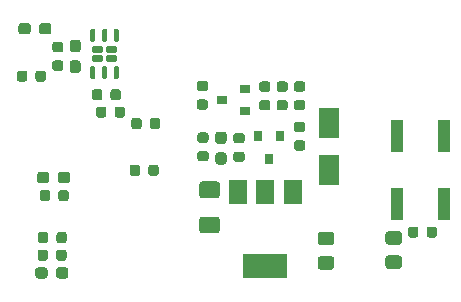
<source format=gbr>
%TF.GenerationSoftware,KiCad,Pcbnew,(5.1.6-0-10_14)*%
%TF.CreationDate,2020-10-08T00:08:50+03:00*%
%TF.ProjectId,ikea-fyrtur,696b6561-2d66-4797-9274-75722e6b6963,rev?*%
%TF.SameCoordinates,Original*%
%TF.FileFunction,Paste,Bot*%
%TF.FilePolarity,Positive*%
%FSLAX46Y46*%
G04 Gerber Fmt 4.6, Leading zero omitted, Abs format (unit mm)*
G04 Created by KiCad (PCBNEW (5.1.6-0-10_14)) date 2020-10-08 00:08:50*
%MOMM*%
%LPD*%
G01*
G04 APERTURE LIST*
%ADD10R,1.800000X2.500000*%
%ADD11R,1.000000X2.750000*%
%ADD12R,1.500000X2.000000*%
%ADD13R,3.800000X2.000000*%
%ADD14R,0.800000X0.900000*%
%ADD15R,0.900000X0.800000*%
G04 APERTURE END LIST*
%TO.C,U3*%
G36*
G01*
X99398000Y-80471100D02*
X99198000Y-80471100D01*
G75*
G02*
X99098000Y-80371100I0J100000D01*
G01*
X99098000Y-79471100D01*
G75*
G02*
X99198000Y-79371100I100000J0D01*
G01*
X99398000Y-79371100D01*
G75*
G02*
X99498000Y-79471100I0J-100000D01*
G01*
X99498000Y-80371100D01*
G75*
G02*
X99398000Y-80471100I-100000J0D01*
G01*
G37*
G36*
G01*
X98398000Y-80471100D02*
X98198000Y-80471100D01*
G75*
G02*
X98098000Y-80371100I0J100000D01*
G01*
X98098000Y-79471100D01*
G75*
G02*
X98198000Y-79371100I100000J0D01*
G01*
X98398000Y-79371100D01*
G75*
G02*
X98498000Y-79471100I0J-100000D01*
G01*
X98498000Y-80371100D01*
G75*
G02*
X98398000Y-80471100I-100000J0D01*
G01*
G37*
G36*
G01*
X97398000Y-80471100D02*
X97198000Y-80471100D01*
G75*
G02*
X97098000Y-80371100I0J100000D01*
G01*
X97098000Y-79471100D01*
G75*
G02*
X97198000Y-79371100I100000J0D01*
G01*
X97398000Y-79371100D01*
G75*
G02*
X97498000Y-79471100I0J-100000D01*
G01*
X97498000Y-80371100D01*
G75*
G02*
X97398000Y-80471100I-100000J0D01*
G01*
G37*
G36*
G01*
X97398000Y-77296100D02*
X97198000Y-77296100D01*
G75*
G02*
X97098000Y-77196100I0J100000D01*
G01*
X97098000Y-76296100D01*
G75*
G02*
X97198000Y-76196100I100000J0D01*
G01*
X97398000Y-76196100D01*
G75*
G02*
X97498000Y-76296100I0J-100000D01*
G01*
X97498000Y-77196100D01*
G75*
G02*
X97398000Y-77296100I-100000J0D01*
G01*
G37*
G36*
G01*
X98398000Y-77296100D02*
X98198000Y-77296100D01*
G75*
G02*
X98098000Y-77196100I0J100000D01*
G01*
X98098000Y-76296100D01*
G75*
G02*
X98198000Y-76196100I100000J0D01*
G01*
X98398000Y-76196100D01*
G75*
G02*
X98498000Y-76296100I0J-100000D01*
G01*
X98498000Y-77196100D01*
G75*
G02*
X98398000Y-77296100I-100000J0D01*
G01*
G37*
G36*
G01*
X99398000Y-77296100D02*
X99198000Y-77296100D01*
G75*
G02*
X99098000Y-77196100I0J100000D01*
G01*
X99098000Y-76296100D01*
G75*
G02*
X99198000Y-76196100I100000J0D01*
G01*
X99398000Y-76196100D01*
G75*
G02*
X99498000Y-76296100I0J-100000D01*
G01*
X99498000Y-77196100D01*
G75*
G02*
X99398000Y-77296100I-100000J0D01*
G01*
G37*
G36*
G01*
X99233000Y-79008600D02*
X98563000Y-79008600D01*
G75*
G02*
X98413000Y-78858600I0J150000D01*
G01*
X98413000Y-78558600D01*
G75*
G02*
X98563000Y-78408600I150000J0D01*
G01*
X99233000Y-78408600D01*
G75*
G02*
X99383000Y-78558600I0J-150000D01*
G01*
X99383000Y-78858600D01*
G75*
G02*
X99233000Y-79008600I-150000J0D01*
G01*
G37*
G36*
G01*
X98033000Y-79008600D02*
X97363000Y-79008600D01*
G75*
G02*
X97213000Y-78858600I0J150000D01*
G01*
X97213000Y-78558600D01*
G75*
G02*
X97363000Y-78408600I150000J0D01*
G01*
X98033000Y-78408600D01*
G75*
G02*
X98183000Y-78558600I0J-150000D01*
G01*
X98183000Y-78858600D01*
G75*
G02*
X98033000Y-79008600I-150000J0D01*
G01*
G37*
G36*
G01*
X99233000Y-78258600D02*
X98563000Y-78258600D01*
G75*
G02*
X98413000Y-78108600I0J150000D01*
G01*
X98413000Y-77808600D01*
G75*
G02*
X98563000Y-77658600I150000J0D01*
G01*
X99233000Y-77658600D01*
G75*
G02*
X99383000Y-77808600I0J-150000D01*
G01*
X99383000Y-78108600D01*
G75*
G02*
X99233000Y-78258600I-150000J0D01*
G01*
G37*
G36*
G01*
X98033000Y-78258600D02*
X97363000Y-78258600D01*
G75*
G02*
X97213000Y-78108600I0J150000D01*
G01*
X97213000Y-77808600D01*
G75*
G02*
X97363000Y-77658600I150000J0D01*
G01*
X98033000Y-77658600D01*
G75*
G02*
X98183000Y-77808600I0J-150000D01*
G01*
X98183000Y-78108600D01*
G75*
G02*
X98033000Y-78258600I-150000J0D01*
G01*
G37*
%TD*%
%TO.C,C1*%
G36*
G01*
X116593199Y-95446000D02*
X117493201Y-95446000D01*
G75*
G02*
X117743200Y-95695999I0J-249999D01*
G01*
X117743200Y-96346001D01*
G75*
G02*
X117493201Y-96596000I-249999J0D01*
G01*
X116593199Y-96596000D01*
G75*
G02*
X116343200Y-96346001I0J249999D01*
G01*
X116343200Y-95695999D01*
G75*
G02*
X116593199Y-95446000I249999J0D01*
G01*
G37*
G36*
G01*
X116593199Y-93396000D02*
X117493201Y-93396000D01*
G75*
G02*
X117743200Y-93645999I0J-249999D01*
G01*
X117743200Y-94296001D01*
G75*
G02*
X117493201Y-94546000I-249999J0D01*
G01*
X116593199Y-94546000D01*
G75*
G02*
X116343200Y-94296001I0J249999D01*
G01*
X116343200Y-93645999D01*
G75*
G02*
X116593199Y-93396000I249999J0D01*
G01*
G37*
%TD*%
%TO.C,R17*%
G36*
G01*
X106834650Y-81488800D02*
X106322150Y-81488800D01*
G75*
G02*
X106103400Y-81270050I0J218750D01*
G01*
X106103400Y-80832550D01*
G75*
G02*
X106322150Y-80613800I218750J0D01*
G01*
X106834650Y-80613800D01*
G75*
G02*
X107053400Y-80832550I0J-218750D01*
G01*
X107053400Y-81270050D01*
G75*
G02*
X106834650Y-81488800I-218750J0D01*
G01*
G37*
G36*
G01*
X106834650Y-83063800D02*
X106322150Y-83063800D01*
G75*
G02*
X106103400Y-82845050I0J218750D01*
G01*
X106103400Y-82407550D01*
G75*
G02*
X106322150Y-82188800I218750J0D01*
G01*
X106834650Y-82188800D01*
G75*
G02*
X107053400Y-82407550I0J-218750D01*
G01*
X107053400Y-82845050D01*
G75*
G02*
X106834650Y-83063800I-218750J0D01*
G01*
G37*
%TD*%
%TO.C,C8*%
G36*
G01*
X107915700Y-86659200D02*
X108390700Y-86659200D01*
G75*
G02*
X108628200Y-86896700I0J-237500D01*
G01*
X108628200Y-87471700D01*
G75*
G02*
X108390700Y-87709200I-237500J0D01*
G01*
X107915700Y-87709200D01*
G75*
G02*
X107678200Y-87471700I0J237500D01*
G01*
X107678200Y-86896700D01*
G75*
G02*
X107915700Y-86659200I237500J0D01*
G01*
G37*
G36*
G01*
X107915700Y-84909200D02*
X108390700Y-84909200D01*
G75*
G02*
X108628200Y-85146700I0J-237500D01*
G01*
X108628200Y-85721700D01*
G75*
G02*
X108390700Y-85959200I-237500J0D01*
G01*
X107915700Y-85959200D01*
G75*
G02*
X107678200Y-85721700I0J237500D01*
G01*
X107678200Y-85146700D01*
G75*
G02*
X107915700Y-84909200I237500J0D01*
G01*
G37*
%TD*%
%TO.C,C3*%
G36*
G01*
X106563000Y-92099100D02*
X107813000Y-92099100D01*
G75*
G02*
X108063000Y-92349100I0J-250000D01*
G01*
X108063000Y-93274100D01*
G75*
G02*
X107813000Y-93524100I-250000J0D01*
G01*
X106563000Y-93524100D01*
G75*
G02*
X106313000Y-93274100I0J250000D01*
G01*
X106313000Y-92349100D01*
G75*
G02*
X106563000Y-92099100I250000J0D01*
G01*
G37*
G36*
G01*
X106563000Y-89124100D02*
X107813000Y-89124100D01*
G75*
G02*
X108063000Y-89374100I0J-250000D01*
G01*
X108063000Y-90299100D01*
G75*
G02*
X107813000Y-90549100I-250000J0D01*
G01*
X106563000Y-90549100D01*
G75*
G02*
X106313000Y-90299100I0J250000D01*
G01*
X106313000Y-89374100D01*
G75*
G02*
X106563000Y-89124100I250000J0D01*
G01*
G37*
%TD*%
%TO.C,F1*%
G36*
G01*
X122333599Y-95395200D02*
X123233601Y-95395200D01*
G75*
G02*
X123483600Y-95645199I0J-249999D01*
G01*
X123483600Y-96295201D01*
G75*
G02*
X123233601Y-96545200I-249999J0D01*
G01*
X122333599Y-96545200D01*
G75*
G02*
X122083600Y-96295201I0J249999D01*
G01*
X122083600Y-95645199D01*
G75*
G02*
X122333599Y-95395200I249999J0D01*
G01*
G37*
G36*
G01*
X122333599Y-93345200D02*
X123233601Y-93345200D01*
G75*
G02*
X123483600Y-93595199I0J-249999D01*
G01*
X123483600Y-94245201D01*
G75*
G02*
X123233601Y-94495200I-249999J0D01*
G01*
X122333599Y-94495200D01*
G75*
G02*
X122083600Y-94245201I0J249999D01*
G01*
X122083600Y-93595199D01*
G75*
G02*
X122333599Y-93345200I249999J0D01*
G01*
G37*
%TD*%
D10*
%TO.C,D2*%
X117297200Y-84156800D03*
X117297200Y-88156800D03*
%TD*%
%TO.C,C5*%
G36*
G01*
X96046300Y-78186800D02*
X95571300Y-78186800D01*
G75*
G02*
X95333800Y-77949300I0J237500D01*
G01*
X95333800Y-77374300D01*
G75*
G02*
X95571300Y-77136800I237500J0D01*
G01*
X96046300Y-77136800D01*
G75*
G02*
X96283800Y-77374300I0J-237500D01*
G01*
X96283800Y-77949300D01*
G75*
G02*
X96046300Y-78186800I-237500J0D01*
G01*
G37*
G36*
G01*
X96046300Y-79936800D02*
X95571300Y-79936800D01*
G75*
G02*
X95333800Y-79699300I0J237500D01*
G01*
X95333800Y-79124300D01*
G75*
G02*
X95571300Y-78886800I237500J0D01*
G01*
X96046300Y-78886800D01*
G75*
G02*
X96283800Y-79124300I0J-237500D01*
G01*
X96283800Y-79699300D01*
G75*
G02*
X96046300Y-79936800I-237500J0D01*
G01*
G37*
%TD*%
%TO.C,C2*%
G36*
G01*
X93630000Y-88560900D02*
X93630000Y-89035900D01*
G75*
G02*
X93392500Y-89273400I-237500J0D01*
G01*
X92817500Y-89273400D01*
G75*
G02*
X92580000Y-89035900I0J237500D01*
G01*
X92580000Y-88560900D01*
G75*
G02*
X92817500Y-88323400I237500J0D01*
G01*
X93392500Y-88323400D01*
G75*
G02*
X93630000Y-88560900I0J-237500D01*
G01*
G37*
G36*
G01*
X95380000Y-88560900D02*
X95380000Y-89035900D01*
G75*
G02*
X95142500Y-89273400I-237500J0D01*
G01*
X94567500Y-89273400D01*
G75*
G02*
X94330000Y-89035900I0J237500D01*
G01*
X94330000Y-88560900D01*
G75*
G02*
X94567500Y-88323400I237500J0D01*
G01*
X95142500Y-88323400D01*
G75*
G02*
X95380000Y-88560900I0J-237500D01*
G01*
G37*
%TD*%
%TO.C,R8*%
G36*
G01*
X101300800Y-87932550D02*
X101300800Y-88445050D01*
G75*
G02*
X101082050Y-88663800I-218750J0D01*
G01*
X100644550Y-88663800D01*
G75*
G02*
X100425800Y-88445050I0J218750D01*
G01*
X100425800Y-87932550D01*
G75*
G02*
X100644550Y-87713800I218750J0D01*
G01*
X101082050Y-87713800D01*
G75*
G02*
X101300800Y-87932550I0J-218750D01*
G01*
G37*
G36*
G01*
X102875800Y-87932550D02*
X102875800Y-88445050D01*
G75*
G02*
X102657050Y-88663800I-218750J0D01*
G01*
X102219550Y-88663800D01*
G75*
G02*
X102000800Y-88445050I0J218750D01*
G01*
X102000800Y-87932550D01*
G75*
G02*
X102219550Y-87713800I218750J0D01*
G01*
X102657050Y-87713800D01*
G75*
G02*
X102875800Y-87932550I0J-218750D01*
G01*
G37*
%TD*%
D11*
%TO.C,SW1*%
X127069600Y-91068800D03*
X127069600Y-85308800D03*
X123069600Y-85308800D03*
X123069600Y-91068800D03*
%TD*%
%TO.C,R6*%
G36*
G01*
X98456000Y-83004950D02*
X98456000Y-83517450D01*
G75*
G02*
X98237250Y-83736200I-218750J0D01*
G01*
X97799750Y-83736200D01*
G75*
G02*
X97581000Y-83517450I0J218750D01*
G01*
X97581000Y-83004950D01*
G75*
G02*
X97799750Y-82786200I218750J0D01*
G01*
X98237250Y-82786200D01*
G75*
G02*
X98456000Y-83004950I0J-218750D01*
G01*
G37*
G36*
G01*
X100031000Y-83004950D02*
X100031000Y-83517450D01*
G75*
G02*
X99812250Y-83736200I-218750J0D01*
G01*
X99374750Y-83736200D01*
G75*
G02*
X99156000Y-83517450I0J218750D01*
G01*
X99156000Y-83004950D01*
G75*
G02*
X99374750Y-82786200I218750J0D01*
G01*
X99812250Y-82786200D01*
G75*
G02*
X100031000Y-83004950I0J-218750D01*
G01*
G37*
%TD*%
%TO.C,R16*%
G36*
G01*
X113078550Y-82239600D02*
X113591050Y-82239600D01*
G75*
G02*
X113809800Y-82458350I0J-218750D01*
G01*
X113809800Y-82895850D01*
G75*
G02*
X113591050Y-83114600I-218750J0D01*
G01*
X113078550Y-83114600D01*
G75*
G02*
X112859800Y-82895850I0J218750D01*
G01*
X112859800Y-82458350D01*
G75*
G02*
X113078550Y-82239600I218750J0D01*
G01*
G37*
G36*
G01*
X113078550Y-80664600D02*
X113591050Y-80664600D01*
G75*
G02*
X113809800Y-80883350I0J-218750D01*
G01*
X113809800Y-81320850D01*
G75*
G02*
X113591050Y-81539600I-218750J0D01*
G01*
X113078550Y-81539600D01*
G75*
G02*
X112859800Y-81320850I0J218750D01*
G01*
X112859800Y-80883350D01*
G75*
G02*
X113078550Y-80664600I218750J0D01*
G01*
G37*
%TD*%
%TO.C,R15*%
G36*
G01*
X115064250Y-81539600D02*
X114551750Y-81539600D01*
G75*
G02*
X114333000Y-81320850I0J218750D01*
G01*
X114333000Y-80883350D01*
G75*
G02*
X114551750Y-80664600I218750J0D01*
G01*
X115064250Y-80664600D01*
G75*
G02*
X115283000Y-80883350I0J-218750D01*
G01*
X115283000Y-81320850D01*
G75*
G02*
X115064250Y-81539600I-218750J0D01*
G01*
G37*
G36*
G01*
X115064250Y-83114600D02*
X114551750Y-83114600D01*
G75*
G02*
X114333000Y-82895850I0J218750D01*
G01*
X114333000Y-82458350D01*
G75*
G02*
X114551750Y-82239600I218750J0D01*
G01*
X115064250Y-82239600D01*
G75*
G02*
X115283000Y-82458350I0J-218750D01*
G01*
X115283000Y-82895850D01*
G75*
G02*
X115064250Y-83114600I-218750J0D01*
G01*
G37*
%TD*%
%TO.C,R14*%
G36*
G01*
X115064250Y-84943200D02*
X114551750Y-84943200D01*
G75*
G02*
X114333000Y-84724450I0J218750D01*
G01*
X114333000Y-84286950D01*
G75*
G02*
X114551750Y-84068200I218750J0D01*
G01*
X115064250Y-84068200D01*
G75*
G02*
X115283000Y-84286950I0J-218750D01*
G01*
X115283000Y-84724450D01*
G75*
G02*
X115064250Y-84943200I-218750J0D01*
G01*
G37*
G36*
G01*
X115064250Y-86518200D02*
X114551750Y-86518200D01*
G75*
G02*
X114333000Y-86299450I0J218750D01*
G01*
X114333000Y-85861950D01*
G75*
G02*
X114551750Y-85643200I218750J0D01*
G01*
X115064250Y-85643200D01*
G75*
G02*
X115283000Y-85861950I0J-218750D01*
G01*
X115283000Y-86299450D01*
G75*
G02*
X115064250Y-86518200I-218750J0D01*
G01*
G37*
%TD*%
%TO.C,R13*%
G36*
G01*
X93680800Y-90066150D02*
X93680800Y-90578650D01*
G75*
G02*
X93462050Y-90797400I-218750J0D01*
G01*
X93024550Y-90797400D01*
G75*
G02*
X92805800Y-90578650I0J218750D01*
G01*
X92805800Y-90066150D01*
G75*
G02*
X93024550Y-89847400I218750J0D01*
G01*
X93462050Y-89847400D01*
G75*
G02*
X93680800Y-90066150I0J-218750D01*
G01*
G37*
G36*
G01*
X95255800Y-90066150D02*
X95255800Y-90578650D01*
G75*
G02*
X95037050Y-90797400I-218750J0D01*
G01*
X94599550Y-90797400D01*
G75*
G02*
X94380800Y-90578650I0J218750D01*
G01*
X94380800Y-90066150D01*
G75*
G02*
X94599550Y-89847400I218750J0D01*
G01*
X95037050Y-89847400D01*
G75*
G02*
X95255800Y-90066150I0J-218750D01*
G01*
G37*
%TD*%
%TO.C,R12*%
G36*
G01*
X91750400Y-79956950D02*
X91750400Y-80469450D01*
G75*
G02*
X91531650Y-80688200I-218750J0D01*
G01*
X91094150Y-80688200D01*
G75*
G02*
X90875400Y-80469450I0J218750D01*
G01*
X90875400Y-79956950D01*
G75*
G02*
X91094150Y-79738200I218750J0D01*
G01*
X91531650Y-79738200D01*
G75*
G02*
X91750400Y-79956950I0J-218750D01*
G01*
G37*
G36*
G01*
X93325400Y-79956950D02*
X93325400Y-80469450D01*
G75*
G02*
X93106650Y-80688200I-218750J0D01*
G01*
X92669150Y-80688200D01*
G75*
G02*
X92450400Y-80469450I0J218750D01*
G01*
X92450400Y-79956950D01*
G75*
G02*
X92669150Y-79738200I218750J0D01*
G01*
X93106650Y-79738200D01*
G75*
G02*
X93325400Y-79956950I0J-218750D01*
G01*
G37*
%TD*%
%TO.C,R11*%
G36*
G01*
X94228400Y-94134650D02*
X94228400Y-93622150D01*
G75*
G02*
X94447150Y-93403400I218750J0D01*
G01*
X94884650Y-93403400D01*
G75*
G02*
X95103400Y-93622150I0J-218750D01*
G01*
X95103400Y-94134650D01*
G75*
G02*
X94884650Y-94353400I-218750J0D01*
G01*
X94447150Y-94353400D01*
G75*
G02*
X94228400Y-94134650I0J218750D01*
G01*
G37*
G36*
G01*
X92653400Y-94134650D02*
X92653400Y-93622150D01*
G75*
G02*
X92872150Y-93403400I218750J0D01*
G01*
X93309650Y-93403400D01*
G75*
G02*
X93528400Y-93622150I0J-218750D01*
G01*
X93528400Y-94134650D01*
G75*
G02*
X93309650Y-94353400I-218750J0D01*
G01*
X92872150Y-94353400D01*
G75*
G02*
X92653400Y-94134650I0J218750D01*
G01*
G37*
%TD*%
%TO.C,R10*%
G36*
G01*
X94079350Y-78886800D02*
X94591850Y-78886800D01*
G75*
G02*
X94810600Y-79105550I0J-218750D01*
G01*
X94810600Y-79543050D01*
G75*
G02*
X94591850Y-79761800I-218750J0D01*
G01*
X94079350Y-79761800D01*
G75*
G02*
X93860600Y-79543050I0J218750D01*
G01*
X93860600Y-79105550D01*
G75*
G02*
X94079350Y-78886800I218750J0D01*
G01*
G37*
G36*
G01*
X94079350Y-77311800D02*
X94591850Y-77311800D01*
G75*
G02*
X94810600Y-77530550I0J-218750D01*
G01*
X94810600Y-77968050D01*
G75*
G02*
X94591850Y-78186800I-218750J0D01*
G01*
X94079350Y-78186800D01*
G75*
G02*
X93860600Y-77968050I0J218750D01*
G01*
X93860600Y-77530550D01*
G75*
G02*
X94079350Y-77311800I218750J0D01*
G01*
G37*
%TD*%
%TO.C,R9*%
G36*
G01*
X93503100Y-95120750D02*
X93503100Y-95633250D01*
G75*
G02*
X93284350Y-95852000I-218750J0D01*
G01*
X92846850Y-95852000D01*
G75*
G02*
X92628100Y-95633250I0J218750D01*
G01*
X92628100Y-95120750D01*
G75*
G02*
X92846850Y-94902000I218750J0D01*
G01*
X93284350Y-94902000D01*
G75*
G02*
X93503100Y-95120750I0J-218750D01*
G01*
G37*
G36*
G01*
X95078100Y-95120750D02*
X95078100Y-95633250D01*
G75*
G02*
X94859350Y-95852000I-218750J0D01*
G01*
X94421850Y-95852000D01*
G75*
G02*
X94203100Y-95633250I0J218750D01*
G01*
X94203100Y-95120750D01*
G75*
G02*
X94421850Y-94902000I218750J0D01*
G01*
X94859350Y-94902000D01*
G75*
G02*
X95078100Y-95120750I0J-218750D01*
G01*
G37*
%TD*%
%TO.C,R7*%
G36*
G01*
X124872000Y-93164950D02*
X124872000Y-93677450D01*
G75*
G02*
X124653250Y-93896200I-218750J0D01*
G01*
X124215750Y-93896200D01*
G75*
G02*
X123997000Y-93677450I0J218750D01*
G01*
X123997000Y-93164950D01*
G75*
G02*
X124215750Y-92946200I218750J0D01*
G01*
X124653250Y-92946200D01*
G75*
G02*
X124872000Y-93164950I0J-218750D01*
G01*
G37*
G36*
G01*
X126447000Y-93164950D02*
X126447000Y-93677450D01*
G75*
G02*
X126228250Y-93896200I-218750J0D01*
G01*
X125790750Y-93896200D01*
G75*
G02*
X125572000Y-93677450I0J218750D01*
G01*
X125572000Y-93164950D01*
G75*
G02*
X125790750Y-92946200I218750J0D01*
G01*
X126228250Y-92946200D01*
G75*
G02*
X126447000Y-93164950I0J-218750D01*
G01*
G37*
%TD*%
%TO.C,R5*%
G36*
G01*
X106885450Y-85857600D02*
X106372950Y-85857600D01*
G75*
G02*
X106154200Y-85638850I0J218750D01*
G01*
X106154200Y-85201350D01*
G75*
G02*
X106372950Y-84982600I218750J0D01*
G01*
X106885450Y-84982600D01*
G75*
G02*
X107104200Y-85201350I0J-218750D01*
G01*
X107104200Y-85638850D01*
G75*
G02*
X106885450Y-85857600I-218750J0D01*
G01*
G37*
G36*
G01*
X106885450Y-87432600D02*
X106372950Y-87432600D01*
G75*
G02*
X106154200Y-87213850I0J218750D01*
G01*
X106154200Y-86776350D01*
G75*
G02*
X106372950Y-86557600I218750J0D01*
G01*
X106885450Y-86557600D01*
G75*
G02*
X107104200Y-86776350I0J-218750D01*
G01*
X107104200Y-87213850D01*
G75*
G02*
X106885450Y-87432600I-218750J0D01*
G01*
G37*
%TD*%
%TO.C,R4*%
G36*
G01*
X98800400Y-82044250D02*
X98800400Y-81531750D01*
G75*
G02*
X99019150Y-81313000I218750J0D01*
G01*
X99456650Y-81313000D01*
G75*
G02*
X99675400Y-81531750I0J-218750D01*
G01*
X99675400Y-82044250D01*
G75*
G02*
X99456650Y-82263000I-218750J0D01*
G01*
X99019150Y-82263000D01*
G75*
G02*
X98800400Y-82044250I0J218750D01*
G01*
G37*
G36*
G01*
X97225400Y-82044250D02*
X97225400Y-81531750D01*
G75*
G02*
X97444150Y-81313000I218750J0D01*
G01*
X97881650Y-81313000D01*
G75*
G02*
X98100400Y-81531750I0J-218750D01*
G01*
X98100400Y-82044250D01*
G75*
G02*
X97881650Y-82263000I-218750J0D01*
G01*
X97444150Y-82263000D01*
G75*
G02*
X97225400Y-82044250I0J218750D01*
G01*
G37*
%TD*%
%TO.C,R3*%
G36*
G01*
X102127900Y-84482650D02*
X102127900Y-83970150D01*
G75*
G02*
X102346650Y-83751400I218750J0D01*
G01*
X102784150Y-83751400D01*
G75*
G02*
X103002900Y-83970150I0J-218750D01*
G01*
X103002900Y-84482650D01*
G75*
G02*
X102784150Y-84701400I-218750J0D01*
G01*
X102346650Y-84701400D01*
G75*
G02*
X102127900Y-84482650I0J218750D01*
G01*
G37*
G36*
G01*
X100552900Y-84482650D02*
X100552900Y-83970150D01*
G75*
G02*
X100771650Y-83751400I218750J0D01*
G01*
X101209150Y-83751400D01*
G75*
G02*
X101427900Y-83970150I0J-218750D01*
G01*
X101427900Y-84482650D01*
G75*
G02*
X101209150Y-84701400I-218750J0D01*
G01*
X100771650Y-84701400D01*
G75*
G02*
X100552900Y-84482650I0J218750D01*
G01*
G37*
%TD*%
%TO.C,R2*%
G36*
G01*
X109933450Y-85908400D02*
X109420950Y-85908400D01*
G75*
G02*
X109202200Y-85689650I0J218750D01*
G01*
X109202200Y-85252150D01*
G75*
G02*
X109420950Y-85033400I218750J0D01*
G01*
X109933450Y-85033400D01*
G75*
G02*
X110152200Y-85252150I0J-218750D01*
G01*
X110152200Y-85689650D01*
G75*
G02*
X109933450Y-85908400I-218750J0D01*
G01*
G37*
G36*
G01*
X109933450Y-87483400D02*
X109420950Y-87483400D01*
G75*
G02*
X109202200Y-87264650I0J218750D01*
G01*
X109202200Y-86827150D01*
G75*
G02*
X109420950Y-86608400I218750J0D01*
G01*
X109933450Y-86608400D01*
G75*
G02*
X110152200Y-86827150I0J-218750D01*
G01*
X110152200Y-87264650D01*
G75*
G02*
X109933450Y-87483400I-218750J0D01*
G01*
G37*
%TD*%
%TO.C,R1*%
G36*
G01*
X111605350Y-82239600D02*
X112117850Y-82239600D01*
G75*
G02*
X112336600Y-82458350I0J-218750D01*
G01*
X112336600Y-82895850D01*
G75*
G02*
X112117850Y-83114600I-218750J0D01*
G01*
X111605350Y-83114600D01*
G75*
G02*
X111386600Y-82895850I0J218750D01*
G01*
X111386600Y-82458350D01*
G75*
G02*
X111605350Y-82239600I218750J0D01*
G01*
G37*
G36*
G01*
X111605350Y-80664600D02*
X112117850Y-80664600D01*
G75*
G02*
X112336600Y-80883350I0J-218750D01*
G01*
X112336600Y-81320850D01*
G75*
G02*
X112117850Y-81539600I-218750J0D01*
G01*
X111605350Y-81539600D01*
G75*
G02*
X111386600Y-81320850I0J218750D01*
G01*
X111386600Y-80883350D01*
G75*
G02*
X111605350Y-80664600I218750J0D01*
G01*
G37*
%TD*%
%TO.C,C7*%
G36*
G01*
X93477600Y-96638100D02*
X93477600Y-97113100D01*
G75*
G02*
X93240100Y-97350600I-237500J0D01*
G01*
X92665100Y-97350600D01*
G75*
G02*
X92427600Y-97113100I0J237500D01*
G01*
X92427600Y-96638100D01*
G75*
G02*
X92665100Y-96400600I237500J0D01*
G01*
X93240100Y-96400600D01*
G75*
G02*
X93477600Y-96638100I0J-237500D01*
G01*
G37*
G36*
G01*
X95227600Y-96638100D02*
X95227600Y-97113100D01*
G75*
G02*
X94990100Y-97350600I-237500J0D01*
G01*
X94415100Y-97350600D01*
G75*
G02*
X94177600Y-97113100I0J237500D01*
G01*
X94177600Y-96638100D01*
G75*
G02*
X94415100Y-96400600I237500J0D01*
G01*
X94990100Y-96400600D01*
G75*
G02*
X95227600Y-96638100I0J-237500D01*
G01*
G37*
%TD*%
%TO.C,C6*%
G36*
G01*
X92055200Y-75962500D02*
X92055200Y-76437500D01*
G75*
G02*
X91817700Y-76675000I-237500J0D01*
G01*
X91242700Y-76675000D01*
G75*
G02*
X91005200Y-76437500I0J237500D01*
G01*
X91005200Y-75962500D01*
G75*
G02*
X91242700Y-75725000I237500J0D01*
G01*
X91817700Y-75725000D01*
G75*
G02*
X92055200Y-75962500I0J-237500D01*
G01*
G37*
G36*
G01*
X93805200Y-75962500D02*
X93805200Y-76437500D01*
G75*
G02*
X93567700Y-76675000I-237500J0D01*
G01*
X92992700Y-76675000D01*
G75*
G02*
X92755200Y-76437500I0J237500D01*
G01*
X92755200Y-75962500D01*
G75*
G02*
X92992700Y-75725000I237500J0D01*
G01*
X93567700Y-75725000D01*
G75*
G02*
X93805200Y-75962500I0J-237500D01*
G01*
G37*
%TD*%
D12*
%TO.C,U1*%
X109612400Y-90004500D03*
X114212400Y-90004500D03*
X111912400Y-90004500D03*
D13*
X111912400Y-96304500D03*
%TD*%
D14*
%TO.C,Q2*%
X112217200Y-87258400D03*
X113167200Y-85258400D03*
X111267200Y-85258400D03*
%TD*%
D15*
%TO.C,Q1*%
X108220000Y-82245200D03*
X110220000Y-83195200D03*
X110220000Y-81295200D03*
%TD*%
M02*

</source>
